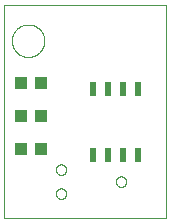
<source format=gbp>
G04 EAGLE Gerber RS-274X export*
G75*
%MOMM*%
%FSLAX34Y34*%
%LPD*%
%INBottom solder paste for stencil*%
%IPPOS*%
%AMOC8*
5,1,8,0,0,1.08239X$1,22.5*%
G01*
%ADD10C,0.000000*%
%ADD11R,1.100000X1.000000*%
%ADD12R,0.600000X1.200000*%
%ADD13R,1.000000X1.100000*%


D10*
X15240Y15240D02*
X152400Y15240D01*
X152400Y195580D01*
X15240Y195580D01*
X15240Y15240D01*
X21850Y165000D02*
X21854Y165337D01*
X21867Y165675D01*
X21887Y166012D01*
X21916Y166348D01*
X21953Y166683D01*
X21999Y167018D01*
X22052Y167351D01*
X22114Y167682D01*
X22184Y168013D01*
X22262Y168341D01*
X22348Y168667D01*
X22442Y168991D01*
X22544Y169313D01*
X22654Y169632D01*
X22771Y169949D01*
X22897Y170262D01*
X23030Y170572D01*
X23170Y170879D01*
X23318Y171182D01*
X23474Y171482D01*
X23636Y171777D01*
X23806Y172069D01*
X23983Y172356D01*
X24167Y172639D01*
X24358Y172917D01*
X24556Y173191D01*
X24760Y173459D01*
X24971Y173723D01*
X25188Y173981D01*
X25412Y174234D01*
X25642Y174481D01*
X25877Y174723D01*
X26119Y174958D01*
X26366Y175188D01*
X26619Y175412D01*
X26877Y175629D01*
X27141Y175840D01*
X27409Y176044D01*
X27683Y176242D01*
X27961Y176433D01*
X28244Y176617D01*
X28531Y176794D01*
X28823Y176964D01*
X29118Y177126D01*
X29418Y177282D01*
X29721Y177430D01*
X30028Y177570D01*
X30338Y177703D01*
X30651Y177829D01*
X30968Y177946D01*
X31287Y178056D01*
X31609Y178158D01*
X31933Y178252D01*
X32259Y178338D01*
X32587Y178416D01*
X32918Y178486D01*
X33249Y178548D01*
X33582Y178601D01*
X33917Y178647D01*
X34252Y178684D01*
X34588Y178713D01*
X34925Y178733D01*
X35263Y178746D01*
X35600Y178750D01*
X35937Y178746D01*
X36275Y178733D01*
X36612Y178713D01*
X36948Y178684D01*
X37283Y178647D01*
X37618Y178601D01*
X37951Y178548D01*
X38282Y178486D01*
X38613Y178416D01*
X38941Y178338D01*
X39267Y178252D01*
X39591Y178158D01*
X39913Y178056D01*
X40232Y177946D01*
X40549Y177829D01*
X40862Y177703D01*
X41172Y177570D01*
X41479Y177430D01*
X41782Y177282D01*
X42082Y177126D01*
X42377Y176964D01*
X42669Y176794D01*
X42956Y176617D01*
X43239Y176433D01*
X43517Y176242D01*
X43791Y176044D01*
X44059Y175840D01*
X44323Y175629D01*
X44581Y175412D01*
X44834Y175188D01*
X45081Y174958D01*
X45323Y174723D01*
X45558Y174481D01*
X45788Y174234D01*
X46012Y173981D01*
X46229Y173723D01*
X46440Y173459D01*
X46644Y173191D01*
X46842Y172917D01*
X47033Y172639D01*
X47217Y172356D01*
X47394Y172069D01*
X47564Y171777D01*
X47726Y171482D01*
X47882Y171182D01*
X48030Y170879D01*
X48170Y170572D01*
X48303Y170262D01*
X48429Y169949D01*
X48546Y169632D01*
X48656Y169313D01*
X48758Y168991D01*
X48852Y168667D01*
X48938Y168341D01*
X49016Y168013D01*
X49086Y167682D01*
X49148Y167351D01*
X49201Y167018D01*
X49247Y166683D01*
X49284Y166348D01*
X49313Y166012D01*
X49333Y165675D01*
X49346Y165337D01*
X49350Y165000D01*
X49346Y164663D01*
X49333Y164325D01*
X49313Y163988D01*
X49284Y163652D01*
X49247Y163317D01*
X49201Y162982D01*
X49148Y162649D01*
X49086Y162318D01*
X49016Y161987D01*
X48938Y161659D01*
X48852Y161333D01*
X48758Y161009D01*
X48656Y160687D01*
X48546Y160368D01*
X48429Y160051D01*
X48303Y159738D01*
X48170Y159428D01*
X48030Y159121D01*
X47882Y158818D01*
X47726Y158518D01*
X47564Y158223D01*
X47394Y157931D01*
X47217Y157644D01*
X47033Y157361D01*
X46842Y157083D01*
X46644Y156809D01*
X46440Y156541D01*
X46229Y156277D01*
X46012Y156019D01*
X45788Y155766D01*
X45558Y155519D01*
X45323Y155277D01*
X45081Y155042D01*
X44834Y154812D01*
X44581Y154588D01*
X44323Y154371D01*
X44059Y154160D01*
X43791Y153956D01*
X43517Y153758D01*
X43239Y153567D01*
X42956Y153383D01*
X42669Y153206D01*
X42377Y153036D01*
X42082Y152874D01*
X41782Y152718D01*
X41479Y152570D01*
X41172Y152430D01*
X40862Y152297D01*
X40549Y152171D01*
X40232Y152054D01*
X39913Y151944D01*
X39591Y151842D01*
X39267Y151748D01*
X38941Y151662D01*
X38613Y151584D01*
X38282Y151514D01*
X37951Y151452D01*
X37618Y151399D01*
X37283Y151353D01*
X36948Y151316D01*
X36612Y151287D01*
X36275Y151267D01*
X35937Y151254D01*
X35600Y151250D01*
X35263Y151254D01*
X34925Y151267D01*
X34588Y151287D01*
X34252Y151316D01*
X33917Y151353D01*
X33582Y151399D01*
X33249Y151452D01*
X32918Y151514D01*
X32587Y151584D01*
X32259Y151662D01*
X31933Y151748D01*
X31609Y151842D01*
X31287Y151944D01*
X30968Y152054D01*
X30651Y152171D01*
X30338Y152297D01*
X30028Y152430D01*
X29721Y152570D01*
X29418Y152718D01*
X29118Y152874D01*
X28823Y153036D01*
X28531Y153206D01*
X28244Y153383D01*
X27961Y153567D01*
X27683Y153758D01*
X27409Y153956D01*
X27141Y154160D01*
X26877Y154371D01*
X26619Y154588D01*
X26366Y154812D01*
X26119Y155042D01*
X25877Y155277D01*
X25642Y155519D01*
X25412Y155766D01*
X25188Y156019D01*
X24971Y156277D01*
X24760Y156541D01*
X24556Y156809D01*
X24358Y157083D01*
X24167Y157361D01*
X23983Y157644D01*
X23806Y157931D01*
X23636Y158223D01*
X23474Y158518D01*
X23318Y158818D01*
X23170Y159121D01*
X23030Y159428D01*
X22897Y159738D01*
X22771Y160051D01*
X22654Y160368D01*
X22544Y160687D01*
X22442Y161009D01*
X22348Y161333D01*
X22262Y161659D01*
X22184Y161987D01*
X22114Y162318D01*
X22052Y162649D01*
X21999Y162982D01*
X21953Y163317D01*
X21916Y163652D01*
X21887Y163988D01*
X21867Y164325D01*
X21854Y164663D01*
X21850Y165000D01*
D11*
X29600Y73660D03*
X46600Y73660D03*
D12*
X128270Y68520D03*
X115570Y68520D03*
X102870Y68520D03*
X90170Y68520D03*
X90170Y124520D03*
X102870Y124520D03*
X115570Y124520D03*
X128270Y124520D03*
D13*
X46600Y101600D03*
X29600Y101600D03*
X46600Y129540D03*
X29600Y129540D03*
D10*
X109855Y45720D02*
X109857Y45853D01*
X109863Y45986D01*
X109873Y46118D01*
X109887Y46251D01*
X109905Y46382D01*
X109926Y46514D01*
X109952Y46644D01*
X109982Y46774D01*
X110015Y46903D01*
X110052Y47030D01*
X110094Y47157D01*
X110138Y47282D01*
X110187Y47406D01*
X110239Y47528D01*
X110295Y47649D01*
X110355Y47768D01*
X110418Y47885D01*
X110484Y48000D01*
X110554Y48113D01*
X110627Y48224D01*
X110704Y48333D01*
X110784Y48439D01*
X110867Y48543D01*
X110953Y48645D01*
X111042Y48743D01*
X111133Y48839D01*
X111228Y48933D01*
X111326Y49023D01*
X111426Y49111D01*
X111529Y49195D01*
X111634Y49277D01*
X111741Y49355D01*
X111851Y49430D01*
X111963Y49501D01*
X112078Y49569D01*
X112194Y49634D01*
X112312Y49696D01*
X112432Y49753D01*
X112553Y49807D01*
X112676Y49858D01*
X112801Y49904D01*
X112926Y49947D01*
X113054Y49987D01*
X113182Y50022D01*
X113311Y50054D01*
X113441Y50081D01*
X113572Y50105D01*
X113703Y50125D01*
X113835Y50141D01*
X113968Y50153D01*
X114101Y50161D01*
X114234Y50165D01*
X114366Y50165D01*
X114499Y50161D01*
X114632Y50153D01*
X114765Y50141D01*
X114897Y50125D01*
X115028Y50105D01*
X115159Y50081D01*
X115289Y50054D01*
X115418Y50022D01*
X115546Y49987D01*
X115674Y49947D01*
X115799Y49904D01*
X115924Y49858D01*
X116047Y49807D01*
X116168Y49753D01*
X116288Y49696D01*
X116406Y49634D01*
X116523Y49569D01*
X116637Y49501D01*
X116749Y49430D01*
X116859Y49355D01*
X116966Y49277D01*
X117071Y49195D01*
X117174Y49111D01*
X117274Y49023D01*
X117372Y48933D01*
X117467Y48839D01*
X117558Y48743D01*
X117647Y48645D01*
X117733Y48543D01*
X117816Y48439D01*
X117896Y48333D01*
X117973Y48224D01*
X118046Y48113D01*
X118116Y48000D01*
X118182Y47885D01*
X118245Y47768D01*
X118305Y47649D01*
X118361Y47528D01*
X118413Y47406D01*
X118462Y47282D01*
X118506Y47157D01*
X118548Y47030D01*
X118585Y46903D01*
X118618Y46774D01*
X118648Y46644D01*
X118674Y46514D01*
X118695Y46382D01*
X118713Y46251D01*
X118727Y46118D01*
X118737Y45986D01*
X118743Y45853D01*
X118745Y45720D01*
X118743Y45587D01*
X118737Y45454D01*
X118727Y45322D01*
X118713Y45189D01*
X118695Y45058D01*
X118674Y44926D01*
X118648Y44796D01*
X118618Y44666D01*
X118585Y44537D01*
X118548Y44410D01*
X118506Y44283D01*
X118462Y44158D01*
X118413Y44034D01*
X118361Y43912D01*
X118305Y43791D01*
X118245Y43672D01*
X118182Y43555D01*
X118116Y43440D01*
X118046Y43327D01*
X117973Y43216D01*
X117896Y43107D01*
X117816Y43001D01*
X117733Y42897D01*
X117647Y42795D01*
X117558Y42697D01*
X117467Y42601D01*
X117372Y42507D01*
X117274Y42417D01*
X117174Y42329D01*
X117071Y42245D01*
X116966Y42163D01*
X116859Y42085D01*
X116749Y42010D01*
X116637Y41939D01*
X116522Y41871D01*
X116406Y41806D01*
X116288Y41744D01*
X116168Y41687D01*
X116047Y41633D01*
X115924Y41582D01*
X115799Y41536D01*
X115674Y41493D01*
X115546Y41453D01*
X115418Y41418D01*
X115289Y41386D01*
X115159Y41359D01*
X115028Y41335D01*
X114897Y41315D01*
X114765Y41299D01*
X114632Y41287D01*
X114499Y41279D01*
X114366Y41275D01*
X114234Y41275D01*
X114101Y41279D01*
X113968Y41287D01*
X113835Y41299D01*
X113703Y41315D01*
X113572Y41335D01*
X113441Y41359D01*
X113311Y41386D01*
X113182Y41418D01*
X113054Y41453D01*
X112926Y41493D01*
X112801Y41536D01*
X112676Y41582D01*
X112553Y41633D01*
X112432Y41687D01*
X112312Y41744D01*
X112194Y41806D01*
X112077Y41871D01*
X111963Y41939D01*
X111851Y42010D01*
X111741Y42085D01*
X111634Y42163D01*
X111529Y42245D01*
X111426Y42329D01*
X111326Y42417D01*
X111228Y42507D01*
X111133Y42601D01*
X111042Y42697D01*
X110953Y42795D01*
X110867Y42897D01*
X110784Y43001D01*
X110704Y43107D01*
X110627Y43216D01*
X110554Y43327D01*
X110484Y43440D01*
X110418Y43555D01*
X110355Y43672D01*
X110295Y43791D01*
X110239Y43912D01*
X110187Y44034D01*
X110138Y44158D01*
X110094Y44283D01*
X110052Y44410D01*
X110015Y44537D01*
X109982Y44666D01*
X109952Y44796D01*
X109926Y44926D01*
X109905Y45058D01*
X109887Y45189D01*
X109873Y45322D01*
X109863Y45454D01*
X109857Y45587D01*
X109855Y45720D01*
X59055Y35560D02*
X59057Y35693D01*
X59063Y35826D01*
X59073Y35958D01*
X59087Y36091D01*
X59105Y36222D01*
X59126Y36354D01*
X59152Y36484D01*
X59182Y36614D01*
X59215Y36743D01*
X59252Y36870D01*
X59294Y36997D01*
X59338Y37122D01*
X59387Y37246D01*
X59439Y37368D01*
X59495Y37489D01*
X59555Y37608D01*
X59618Y37725D01*
X59684Y37840D01*
X59754Y37953D01*
X59827Y38064D01*
X59904Y38173D01*
X59984Y38279D01*
X60067Y38383D01*
X60153Y38485D01*
X60242Y38583D01*
X60333Y38679D01*
X60428Y38773D01*
X60526Y38863D01*
X60626Y38951D01*
X60729Y39035D01*
X60834Y39117D01*
X60941Y39195D01*
X61051Y39270D01*
X61163Y39341D01*
X61278Y39409D01*
X61394Y39474D01*
X61512Y39536D01*
X61632Y39593D01*
X61753Y39647D01*
X61876Y39698D01*
X62001Y39744D01*
X62126Y39787D01*
X62254Y39827D01*
X62382Y39862D01*
X62511Y39894D01*
X62641Y39921D01*
X62772Y39945D01*
X62903Y39965D01*
X63035Y39981D01*
X63168Y39993D01*
X63301Y40001D01*
X63434Y40005D01*
X63566Y40005D01*
X63699Y40001D01*
X63832Y39993D01*
X63965Y39981D01*
X64097Y39965D01*
X64228Y39945D01*
X64359Y39921D01*
X64489Y39894D01*
X64618Y39862D01*
X64746Y39827D01*
X64874Y39787D01*
X64999Y39744D01*
X65124Y39698D01*
X65247Y39647D01*
X65368Y39593D01*
X65488Y39536D01*
X65606Y39474D01*
X65723Y39409D01*
X65837Y39341D01*
X65949Y39270D01*
X66059Y39195D01*
X66166Y39117D01*
X66271Y39035D01*
X66374Y38951D01*
X66474Y38863D01*
X66572Y38773D01*
X66667Y38679D01*
X66758Y38583D01*
X66847Y38485D01*
X66933Y38383D01*
X67016Y38279D01*
X67096Y38173D01*
X67173Y38064D01*
X67246Y37953D01*
X67316Y37840D01*
X67382Y37725D01*
X67445Y37608D01*
X67505Y37489D01*
X67561Y37368D01*
X67613Y37246D01*
X67662Y37122D01*
X67706Y36997D01*
X67748Y36870D01*
X67785Y36743D01*
X67818Y36614D01*
X67848Y36484D01*
X67874Y36354D01*
X67895Y36222D01*
X67913Y36091D01*
X67927Y35958D01*
X67937Y35826D01*
X67943Y35693D01*
X67945Y35560D01*
X67943Y35427D01*
X67937Y35294D01*
X67927Y35162D01*
X67913Y35029D01*
X67895Y34898D01*
X67874Y34766D01*
X67848Y34636D01*
X67818Y34506D01*
X67785Y34377D01*
X67748Y34250D01*
X67706Y34123D01*
X67662Y33998D01*
X67613Y33874D01*
X67561Y33752D01*
X67505Y33631D01*
X67445Y33512D01*
X67382Y33395D01*
X67316Y33280D01*
X67246Y33167D01*
X67173Y33056D01*
X67096Y32947D01*
X67016Y32841D01*
X66933Y32737D01*
X66847Y32635D01*
X66758Y32537D01*
X66667Y32441D01*
X66572Y32347D01*
X66474Y32257D01*
X66374Y32169D01*
X66271Y32085D01*
X66166Y32003D01*
X66059Y31925D01*
X65949Y31850D01*
X65837Y31779D01*
X65722Y31711D01*
X65606Y31646D01*
X65488Y31584D01*
X65368Y31527D01*
X65247Y31473D01*
X65124Y31422D01*
X64999Y31376D01*
X64874Y31333D01*
X64746Y31293D01*
X64618Y31258D01*
X64489Y31226D01*
X64359Y31199D01*
X64228Y31175D01*
X64097Y31155D01*
X63965Y31139D01*
X63832Y31127D01*
X63699Y31119D01*
X63566Y31115D01*
X63434Y31115D01*
X63301Y31119D01*
X63168Y31127D01*
X63035Y31139D01*
X62903Y31155D01*
X62772Y31175D01*
X62641Y31199D01*
X62511Y31226D01*
X62382Y31258D01*
X62254Y31293D01*
X62126Y31333D01*
X62001Y31376D01*
X61876Y31422D01*
X61753Y31473D01*
X61632Y31527D01*
X61512Y31584D01*
X61394Y31646D01*
X61277Y31711D01*
X61163Y31779D01*
X61051Y31850D01*
X60941Y31925D01*
X60834Y32003D01*
X60729Y32085D01*
X60626Y32169D01*
X60526Y32257D01*
X60428Y32347D01*
X60333Y32441D01*
X60242Y32537D01*
X60153Y32635D01*
X60067Y32737D01*
X59984Y32841D01*
X59904Y32947D01*
X59827Y33056D01*
X59754Y33167D01*
X59684Y33280D01*
X59618Y33395D01*
X59555Y33512D01*
X59495Y33631D01*
X59439Y33752D01*
X59387Y33874D01*
X59338Y33998D01*
X59294Y34123D01*
X59252Y34250D01*
X59215Y34377D01*
X59182Y34506D01*
X59152Y34636D01*
X59126Y34766D01*
X59105Y34898D01*
X59087Y35029D01*
X59073Y35162D01*
X59063Y35294D01*
X59057Y35427D01*
X59055Y35560D01*
X59055Y55880D02*
X59057Y56013D01*
X59063Y56146D01*
X59073Y56278D01*
X59087Y56411D01*
X59105Y56542D01*
X59126Y56674D01*
X59152Y56804D01*
X59182Y56934D01*
X59215Y57063D01*
X59252Y57190D01*
X59294Y57317D01*
X59338Y57442D01*
X59387Y57566D01*
X59439Y57688D01*
X59495Y57809D01*
X59555Y57928D01*
X59618Y58045D01*
X59684Y58160D01*
X59754Y58273D01*
X59827Y58384D01*
X59904Y58493D01*
X59984Y58599D01*
X60067Y58703D01*
X60153Y58805D01*
X60242Y58903D01*
X60333Y58999D01*
X60428Y59093D01*
X60526Y59183D01*
X60626Y59271D01*
X60729Y59355D01*
X60834Y59437D01*
X60941Y59515D01*
X61051Y59590D01*
X61163Y59661D01*
X61278Y59729D01*
X61394Y59794D01*
X61512Y59856D01*
X61632Y59913D01*
X61753Y59967D01*
X61876Y60018D01*
X62001Y60064D01*
X62126Y60107D01*
X62254Y60147D01*
X62382Y60182D01*
X62511Y60214D01*
X62641Y60241D01*
X62772Y60265D01*
X62903Y60285D01*
X63035Y60301D01*
X63168Y60313D01*
X63301Y60321D01*
X63434Y60325D01*
X63566Y60325D01*
X63699Y60321D01*
X63832Y60313D01*
X63965Y60301D01*
X64097Y60285D01*
X64228Y60265D01*
X64359Y60241D01*
X64489Y60214D01*
X64618Y60182D01*
X64746Y60147D01*
X64874Y60107D01*
X64999Y60064D01*
X65124Y60018D01*
X65247Y59967D01*
X65368Y59913D01*
X65488Y59856D01*
X65606Y59794D01*
X65723Y59729D01*
X65837Y59661D01*
X65949Y59590D01*
X66059Y59515D01*
X66166Y59437D01*
X66271Y59355D01*
X66374Y59271D01*
X66474Y59183D01*
X66572Y59093D01*
X66667Y58999D01*
X66758Y58903D01*
X66847Y58805D01*
X66933Y58703D01*
X67016Y58599D01*
X67096Y58493D01*
X67173Y58384D01*
X67246Y58273D01*
X67316Y58160D01*
X67382Y58045D01*
X67445Y57928D01*
X67505Y57809D01*
X67561Y57688D01*
X67613Y57566D01*
X67662Y57442D01*
X67706Y57317D01*
X67748Y57190D01*
X67785Y57063D01*
X67818Y56934D01*
X67848Y56804D01*
X67874Y56674D01*
X67895Y56542D01*
X67913Y56411D01*
X67927Y56278D01*
X67937Y56146D01*
X67943Y56013D01*
X67945Y55880D01*
X67943Y55747D01*
X67937Y55614D01*
X67927Y55482D01*
X67913Y55349D01*
X67895Y55218D01*
X67874Y55086D01*
X67848Y54956D01*
X67818Y54826D01*
X67785Y54697D01*
X67748Y54570D01*
X67706Y54443D01*
X67662Y54318D01*
X67613Y54194D01*
X67561Y54072D01*
X67505Y53951D01*
X67445Y53832D01*
X67382Y53715D01*
X67316Y53600D01*
X67246Y53487D01*
X67173Y53376D01*
X67096Y53267D01*
X67016Y53161D01*
X66933Y53057D01*
X66847Y52955D01*
X66758Y52857D01*
X66667Y52761D01*
X66572Y52667D01*
X66474Y52577D01*
X66374Y52489D01*
X66271Y52405D01*
X66166Y52323D01*
X66059Y52245D01*
X65949Y52170D01*
X65837Y52099D01*
X65722Y52031D01*
X65606Y51966D01*
X65488Y51904D01*
X65368Y51847D01*
X65247Y51793D01*
X65124Y51742D01*
X64999Y51696D01*
X64874Y51653D01*
X64746Y51613D01*
X64618Y51578D01*
X64489Y51546D01*
X64359Y51519D01*
X64228Y51495D01*
X64097Y51475D01*
X63965Y51459D01*
X63832Y51447D01*
X63699Y51439D01*
X63566Y51435D01*
X63434Y51435D01*
X63301Y51439D01*
X63168Y51447D01*
X63035Y51459D01*
X62903Y51475D01*
X62772Y51495D01*
X62641Y51519D01*
X62511Y51546D01*
X62382Y51578D01*
X62254Y51613D01*
X62126Y51653D01*
X62001Y51696D01*
X61876Y51742D01*
X61753Y51793D01*
X61632Y51847D01*
X61512Y51904D01*
X61394Y51966D01*
X61277Y52031D01*
X61163Y52099D01*
X61051Y52170D01*
X60941Y52245D01*
X60834Y52323D01*
X60729Y52405D01*
X60626Y52489D01*
X60526Y52577D01*
X60428Y52667D01*
X60333Y52761D01*
X60242Y52857D01*
X60153Y52955D01*
X60067Y53057D01*
X59984Y53161D01*
X59904Y53267D01*
X59827Y53376D01*
X59754Y53487D01*
X59684Y53600D01*
X59618Y53715D01*
X59555Y53832D01*
X59495Y53951D01*
X59439Y54072D01*
X59387Y54194D01*
X59338Y54318D01*
X59294Y54443D01*
X59252Y54570D01*
X59215Y54697D01*
X59182Y54826D01*
X59152Y54956D01*
X59126Y55086D01*
X59105Y55218D01*
X59087Y55349D01*
X59073Y55482D01*
X59063Y55614D01*
X59057Y55747D01*
X59055Y55880D01*
M02*

</source>
